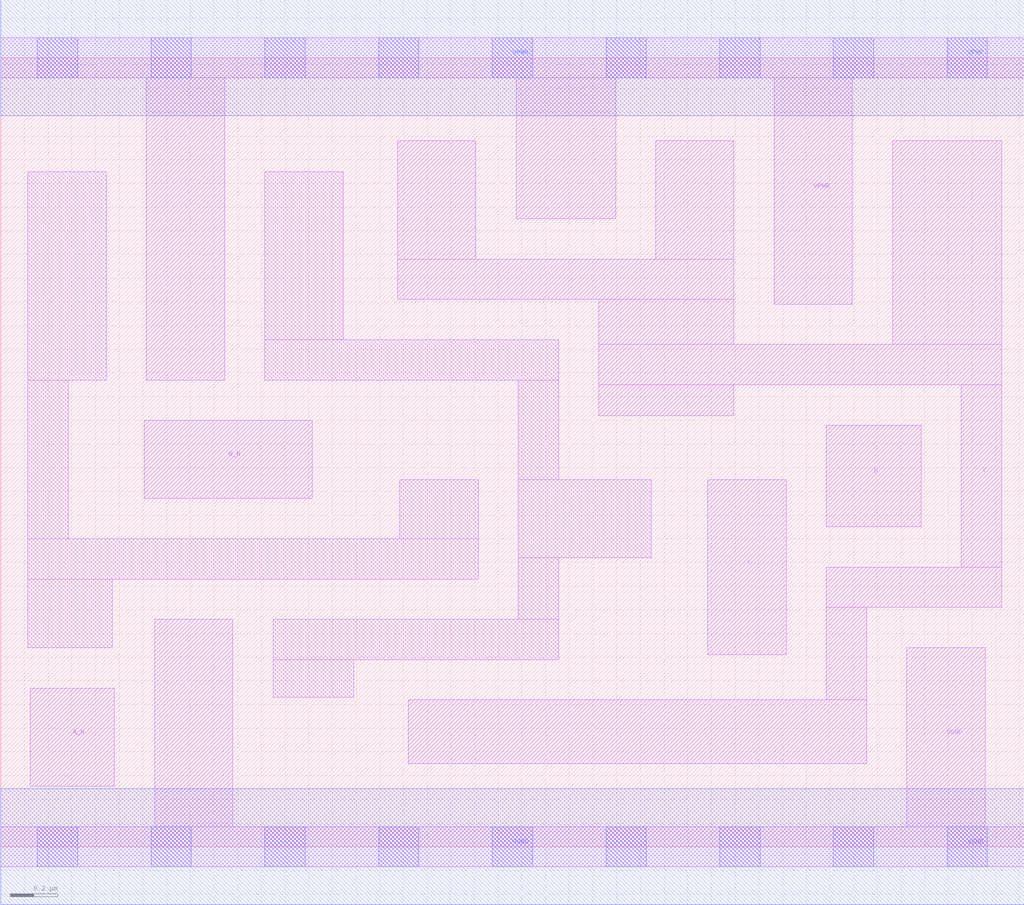
<source format=lef>
# Copyright 2020 The SkyWater PDK Authors
#
# Licensed under the Apache License, Version 2.0 (the "License");
# you may not use this file except in compliance with the License.
# You may obtain a copy of the License at
#
#     https://www.apache.org/licenses/LICENSE-2.0
#
# Unless required by applicable law or agreed to in writing, software
# distributed under the License is distributed on an "AS IS" BASIS,
# WITHOUT WARRANTIES OR CONDITIONS OF ANY KIND, either express or implied.
# See the License for the specific language governing permissions and
# limitations under the License.
#
# SPDX-License-Identifier: Apache-2.0

VERSION 5.7 ;
  NAMESCASESENSITIVE ON ;
  NOWIREEXTENSIONATPIN ON ;
  DIVIDERCHAR "/" ;
  BUSBITCHARS "[]" ;
UNITS
  DATABASE MICRONS 200 ;
END UNITS
MACRO sky130_fd_sc_hs__nand4bb_1
  CLASS CORE ;
  SOURCE USER ;
  FOREIGN sky130_fd_sc_hs__nand4bb_1 ;
  ORIGIN  0.000000  0.000000 ;
  SIZE  4.320000 BY  3.330000 ;
  SYMMETRY X Y ;
  SITE unit ;
  PIN A_N
    ANTENNAGATEAREA  0.208500 ;
    DIRECTION INPUT ;
    USE SIGNAL ;
    PORT
      LAYER li1 ;
        RECT 0.125000 0.255000 0.480000 0.670000 ;
    END
  END A_N
  PIN B_N
    ANTENNAGATEAREA  0.208500 ;
    DIRECTION INPUT ;
    USE SIGNAL ;
    PORT
      LAYER li1 ;
        RECT 0.605000 1.470000 1.315000 1.800000 ;
    END
  END B_N
  PIN C
    ANTENNAGATEAREA  0.279000 ;
    DIRECTION INPUT ;
    USE SIGNAL ;
    PORT
      LAYER li1 ;
        RECT 2.985000 0.810000 3.315000 1.550000 ;
    END
  END C
  PIN D
    ANTENNAGATEAREA  0.279000 ;
    DIRECTION INPUT ;
    USE SIGNAL ;
    PORT
      LAYER li1 ;
        RECT 3.485000 1.350000 3.885000 1.780000 ;
    END
  END D
  PIN Y
    ANTENNADIFFAREA  1.248650 ;
    DIRECTION OUTPUT ;
    USE SIGNAL ;
    PORT
      LAYER li1 ;
        RECT 1.675000 2.310000 3.095000 2.480000 ;
        RECT 1.675000 2.480000 2.005000 2.980000 ;
        RECT 1.720000 0.350000 3.655000 0.620000 ;
        RECT 2.525000 1.820000 3.095000 1.950000 ;
        RECT 2.525000 1.950000 4.225000 2.120000 ;
        RECT 2.525000 2.120000 3.095000 2.310000 ;
        RECT 2.765000 2.480000 3.095000 2.980000 ;
        RECT 3.485000 0.620000 3.655000 1.010000 ;
        RECT 3.485000 1.010000 4.225000 1.180000 ;
        RECT 3.765000 2.120000 4.225000 2.980000 ;
        RECT 4.055000 1.180000 4.225000 1.950000 ;
    END
  END Y
  PIN VGND
    DIRECTION INOUT ;
    USE GROUND ;
    PORT
      LAYER li1 ;
        RECT 0.000000 -0.085000 4.320000 0.085000 ;
        RECT 0.650000  0.085000 0.980000 0.960000 ;
        RECT 3.825000  0.085000 4.155000 0.840000 ;
      LAYER mcon ;
        RECT 0.155000 -0.085000 0.325000 0.085000 ;
        RECT 0.635000 -0.085000 0.805000 0.085000 ;
        RECT 1.115000 -0.085000 1.285000 0.085000 ;
        RECT 1.595000 -0.085000 1.765000 0.085000 ;
        RECT 2.075000 -0.085000 2.245000 0.085000 ;
        RECT 2.555000 -0.085000 2.725000 0.085000 ;
        RECT 3.035000 -0.085000 3.205000 0.085000 ;
        RECT 3.515000 -0.085000 3.685000 0.085000 ;
        RECT 3.995000 -0.085000 4.165000 0.085000 ;
      LAYER met1 ;
        RECT 0.000000 -0.245000 4.320000 0.245000 ;
    END
  END VGND
  PIN VPWR
    DIRECTION INOUT ;
    USE POWER ;
    PORT
      LAYER li1 ;
        RECT 0.000000 3.245000 4.320000 3.415000 ;
        RECT 0.615000 1.970000 0.945000 3.245000 ;
        RECT 2.175000 2.650000 2.595000 3.245000 ;
        RECT 3.265000 2.290000 3.595000 3.245000 ;
      LAYER mcon ;
        RECT 0.155000 3.245000 0.325000 3.415000 ;
        RECT 0.635000 3.245000 0.805000 3.415000 ;
        RECT 1.115000 3.245000 1.285000 3.415000 ;
        RECT 1.595000 3.245000 1.765000 3.415000 ;
        RECT 2.075000 3.245000 2.245000 3.415000 ;
        RECT 2.555000 3.245000 2.725000 3.415000 ;
        RECT 3.035000 3.245000 3.205000 3.415000 ;
        RECT 3.515000 3.245000 3.685000 3.415000 ;
        RECT 3.995000 3.245000 4.165000 3.415000 ;
      LAYER met1 ;
        RECT 0.000000 3.085000 4.320000 3.575000 ;
    END
  END VPWR
  OBS
    LAYER li1 ;
      RECT 0.115000 0.840000 0.470000 1.130000 ;
      RECT 0.115000 1.130000 2.015000 1.300000 ;
      RECT 0.115000 1.300000 0.285000 1.970000 ;
      RECT 0.115000 1.970000 0.445000 2.850000 ;
      RECT 1.115000 1.970000 2.355000 2.140000 ;
      RECT 1.115000 2.140000 1.445000 2.850000 ;
      RECT 1.150000 0.630000 1.490000 0.790000 ;
      RECT 1.150000 0.790000 2.355000 0.960000 ;
      RECT 1.685000 1.300000 2.015000 1.550000 ;
      RECT 2.185000 0.960000 2.355000 1.220000 ;
      RECT 2.185000 1.220000 2.745000 1.550000 ;
      RECT 2.185000 1.550000 2.355000 1.970000 ;
  END
END sky130_fd_sc_hs__nand4bb_1

</source>
